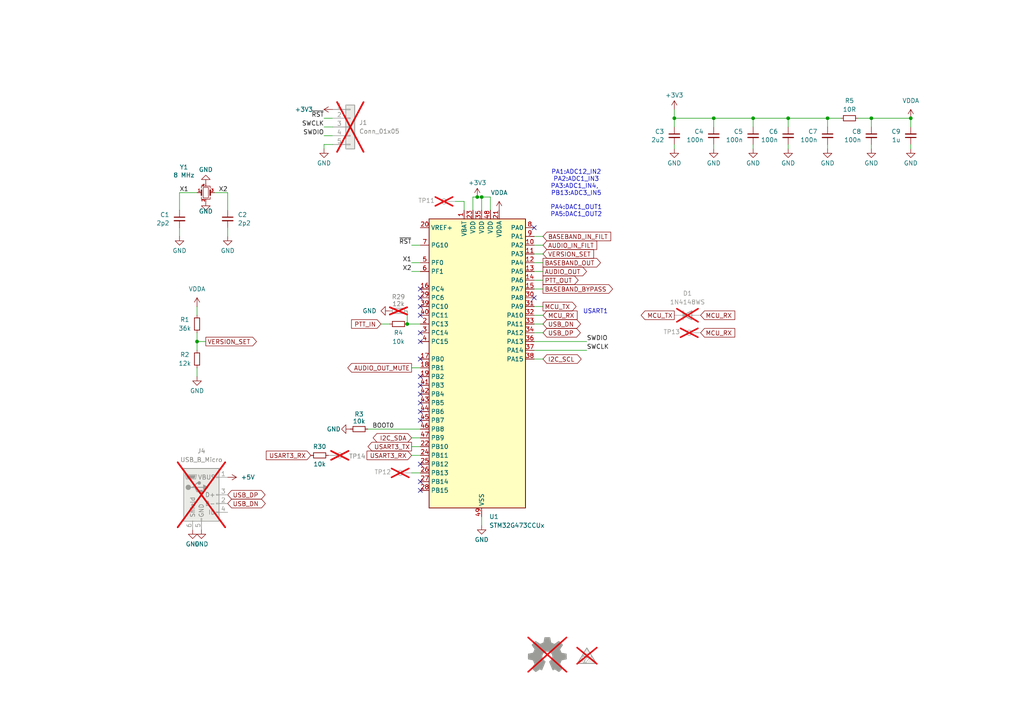
<source format=kicad_sch>
(kicad_sch (version 20231120) (generator "eeschema") (generator_version "8.0")
  (paper "A4")
  (title_block (title "Micro17 - OpenRTX on a Module for ICOM radios") (date "2024-04-04") (rev "A") (company "Wojciech SP5WWP, Mano ON6RF, Mutlu TA1MD et al.") (comment 1 "M17 Project, OpenRTX") (comment 2 "Mano ON6RF") (comment 3 "Mutlu TA1MD"))
  (lib_symbols
    (symbol "Connector:TestPoint" (pin_numbers hide) (pin_names (offset 0.762) hide)
      (property "Reference" "TP" (at 0 6.858 0))
      (property "Value" "TestPoint" (at 0 5.08 0))
      (symbol "TestPoint_0_1"
        (circle (center 0 3.302) (radius 0.762))
      )
      (symbol "TestPoint_1_1"
        (pin passive line (at 0 0 90) (length 2.54) (name "1") (number "1"))
      )
    )
    (symbol "Connector:USB_B_Micro" (pin_names (offset 1.016))
      (property "Reference" "J" (at -5.08 11.43 0))
      (property "Value" "USB_B_Micro" (at -5.08 8.89 0))
      (symbol "USB_B_Micro_0_1"
        (rectangle (start -5.08 -7.62) (end 5.08 7.62) (stroke (width 0.254)) (fill (type background)))
        (circle (center -3.81 2.159) (radius 0.635) (stroke (width 0.254)) (fill (type outline)))
        (circle (center -0.635 3.429) (radius 0.381) (stroke (width 0.254)) (fill (type outline)))
        (rectangle (start -0.127 -7.62) (end 0.127 -6.858))
        (polyline (pts (xy -1.905 2.159) (xy 0.635 2.159)) (stroke (width 0.254)))
        (polyline (pts (xy -3.175 2.159) (xy -2.54 2.159) (xy -1.27 3.429) (xy -0.635 3.429)) (stroke (width 0.254)))
        (polyline (pts (xy -2.54 2.159) (xy -1.905 2.159) (xy -1.27 0.889) (xy 0 0.889)) (stroke (width 0.254)))
        (polyline (pts (xy 0.635 2.794) (xy 0.635 1.524) (xy 1.905 2.159) (xy 0.635 2.794)) (stroke (width 0.254)) (fill (type outline)))
        (polyline (pts (xy -4.318 5.588) (xy -1.778 5.588) (xy -2.032 4.826) (xy -4.064 4.826) (xy -4.318 5.588)) (fill (type outline)))
        (polyline (pts (xy -4.699 5.842) (xy -4.699 5.588) (xy -4.445 4.826) (xy -4.445 4.572) (xy -1.651 4.572) (xy -1.651 4.826) (xy -1.397 5.588) (xy -1.397 5.842) (xy -4.699 5.842)))
        (rectangle (start 0.254 1.27) (end -0.508 0.508) (stroke (width 0.254)) (fill (type outline)))
        (rectangle (start 5.08 -5.207) (end 4.318 -4.953))
        (rectangle (start 5.08 -2.667) (end 4.318 -2.413))
        (rectangle (start 5.08 -0.127) (end 4.318 0.127))
        (rectangle (start 5.08 4.953) (end 4.318 5.207))
      )
      (symbol "USB_B_Micro_1_1"
        (pin power_out line (at 7.62 5.08 180) (length 2.54) (name "VBUS") (number "1"))
        (pin bidirectional line (at 7.62 -2.54 180) (length 2.54) (name "D-") (number "2"))
        (pin bidirectional line (at 7.62 0 180) (length 2.54) (name "D+") (number "3"))
        (pin passive line (at 7.62 -5.08 180) (length 2.54) (name "ID") (number "4"))
        (pin power_out line (at 0 -10.16 90) (length 2.54) (name "GND") (number "5"))
        (pin passive line (at -2.54 -10.16 90) (length 2.54) (name "Shield") (number "6"))
      )
    )
    (symbol "Connector_Generic:Conn_01x05" (pin_names (offset 1.016) hide)
      (property "Reference" "J" (at 0 7.62 0))
      (property "Value" "Conn_01x05" (at 0 -7.62 0))
      (symbol "Conn_01x05_1_1"
        (rectangle (start -1.27 -4.953) (end 0 -5.207) (stroke (width 0.1524)))
        (rectangle (start -1.27 -2.413) (end 0 -2.667) (stroke (width 0.1524)))
        (rectangle (start -1.27 0.127) (end 0 -0.127) (stroke (width 0.1524)))
        (rectangle (start -1.27 2.667) (end 0 2.413) (stroke (width 0.1524)))
        (rectangle (start -1.27 5.207) (end 0 4.953) (stroke (width 0.1524)))
        (rectangle (start -1.27 6.35) (end 1.27 -6.35) (stroke (width 0.254)) (fill (type background)))
        (pin passive line (at -5.08 5.08 0) (length 3.81) (name "Pin_1") (number "1"))
        (pin passive line (at -5.08 2.54 0) (length 3.81) (name "Pin_2") (number "2"))
        (pin passive line (at -5.08 0 0) (length 3.81) (name "Pin_3") (number "3"))
        (pin passive line (at -5.08 -2.54 0) (length 3.81) (name "Pin_4") (number "4"))
        (pin passive line (at -5.08 -5.08 0) (length 3.81) (name "Pin_5") (number "5"))
      )
    )
    (symbol "Device:C_Small" (pin_numbers hide) (pin_names (offset 0.254) hide)
      (property "Reference" "C" (at 0.254 1.778 0))
      (property "Value" "C_Small" (at 0.254 -2.032 0))
      (symbol "C_Small_0_1"
        (polyline (pts (xy -1.524 -0.508) (xy 1.524 -0.508)) (stroke (width 0.3302)))
        (polyline (pts (xy -1.524 0.508) (xy 1.524 0.508)) (stroke (width 0.3048)))
      )
      (symbol "C_Small_1_1"
        (pin passive line (at 0 2.54 270) (length 2.032) (name "~") (number "1"))
        (pin passive line (at 0 -2.54 90) (length 2.032) (name "~") (number "2"))
      )
    )
    (symbol "Device:Crystal_GND24_Small" (pin_names (offset 1.016) hide)
      (property "Reference" "Y" (at 1.27 4.445 0))
      (property "Value" "Crystal_GND24_Small" (at 1.27 2.54 0))
      (symbol "Crystal_GND24_Small_0_1"
        (rectangle (start -0.762 -1.524) (end 0.762 1.524))
        (polyline (pts (xy -1.27 -0.762) (xy -1.27 0.762)) (stroke (width 0.381)))
        (polyline (pts (xy 1.27 -0.762) (xy 1.27 0.762)) (stroke (width 0.381)))
        (polyline (pts (xy -1.27 -1.27) (xy -1.27 -1.905) (xy 1.27 -1.905) (xy 1.27 -1.27)))
        (polyline (pts (xy -1.27 1.27) (xy -1.27 1.905) (xy 1.27 1.905) (xy 1.27 1.27)))
      )
      (symbol "Crystal_GND24_Small_1_1"
        (pin passive line (at -2.54 0 0) (length 1.27) (name "1") (number "1"))
        (pin passive line (at 0 -2.54 90) (length 0.635) (name "2") (number "2"))
        (pin passive line (at 2.54 0 180) (length 1.27) (name "3") (number "3"))
        (pin passive line (at 0 2.54 270) (length 0.635) (name "4") (number "4"))
      )
    )
    (symbol "Device:R_Small" (pin_numbers hide) (pin_names (offset 0.254) hide)
      (property "Reference" "R" (at 0.762 0.508 0))
      (property "Value" "R_Small" (at 0.762 -1.016 0))
      (symbol "R_Small_0_1"
        (rectangle (start -0.762 1.778) (end 0.762 -1.778) (stroke (width 0.2032)))
      )
      (symbol "R_Small_1_1"
        (pin passive line (at 0 2.54 270) (length 0.762) (name "~") (number "1"))
        (pin passive line (at 0 -2.54 90) (length 0.762) (name "~") (number "2"))
      )
    )
    (symbol "Diode:1N4148WS" (pin_numbers hide) (pin_names hide)
      (property "Reference" "D" (at 0 2.54 0))
      (property "Value" "1N4148WS" (at 0 -2.54 0))
      (symbol "1N4148WS_0_1"
        (polyline (pts (xy -1.27 1.27) (xy -1.27 -1.27)) (stroke (width 0.254)))
        (polyline (pts (xy 1.27 0) (xy -1.27 0)))
        (polyline (pts (xy 1.27 1.27) (xy 1.27 -1.27) (xy -1.27 0) (xy 1.27 1.27)) (stroke (width 0.254)))
      )
      (symbol "1N4148WS_1_1"
        (pin passive line (at -3.81 0 0) (length 2.54) (name "K") (number "1"))
        (pin passive line (at 3.81 0 180) (length 2.54) (name "A") (number "2"))
      )
    )
    (symbol "Graphic:Logo_Open_Hardware_Small" (in_bom no) (on_board no)
      (symbol "Logo_Open_Hardware_Small_0_1"
        (polyline (pts (xy 3.3528 -4.3434) (xy 3.302 -4.318) (xy 3.175 -4.2418) (xy 2.9972 -4.1148) (xy 2.7686 -3.9624) (xy 2.54 -3.81) (xy 2.3622 -3.7084) (xy 2.2352 -3.6068) (xy 2.1844 -3.5814) (xy 2.159 -3.6068) (xy 2.0574 -3.6576) (xy 1.905 -3.7338) (xy 1.8034 -3.7846) (xy 1.6764 -3.8354) (xy 1.6002 -3.8354) (xy 1.6002 -3.8354) (xy 1.5494 -3.7338) (xy 1.4732 -3.5306) (xy 1.3462 -3.302) (xy 1.2446 -3.0226) (xy 1.1176 -2.7178) (xy 0.9652 -2.413) (xy 0.8636 -2.1082) (xy 0.7366 -1.8288) (xy 0.6604 -1.6256) (xy 0.6096 -1.4732) (xy 0.5842 -1.397) (xy 0.5842 -1.397) (xy 0.6604 -1.3208) (xy 0.7874 -1.2446) (xy 1.0414 -1.016) (xy 1.2954 -0.6858) (xy 1.4478 -0.3302) (xy 1.524 0.0762) (xy 1.4732 0.4572) (xy 1.3208 0.8128) (xy 1.0668 1.143) (xy 0.762 1.3716) (xy 0.4064 1.524) (xy 0 1.5748) (xy -0.381 1.5494) (xy -0.7366 1.397) (xy -1.0668 1.143) (xy -1.2192 0.9906) (xy -1.397 0.6604) (xy -1.524 0.3048) (xy -1.524 0.2286) (xy -1.4986 -0.1778) (xy -1.397 -0.5334) (xy -1.1938 -0.8636) (xy -0.9144 -1.143) (xy -0.8636 -1.1684) (xy -0.7366 -1.27) (xy -0.635 -1.3462) (xy -0.5842 -1.397) (xy -1.0668 -2.5908) (xy -1.143 -2.794) (xy -1.2954 -3.1242) (xy -1.397 -3.4036) (xy -1.4986 -3.6322) (xy -1.5748 -3.7846) (xy -1.6002 -3.8354) (xy -1.6002 -3.8354) (xy -1.651 -3.8354) (xy -1.7272 -3.81) (xy -1.905 -3.7338) (xy -2.0066 -3.683) (xy -2.1336 -3.6068) (xy -2.2098 -3.5814) (xy -2.2606 -3.6068) (xy -2.3622 -3.683) (xy -2.54 -3.81) (xy -2.7686 -3.9624) (xy -2.9718 -4.0894) (xy -3.1496 -4.2164) (xy -3.302 -4.318) (xy -3.3528 -4.3434) (xy -3.3782 -4.3434) (xy -3.429 -4.318) (xy -3.5306 -4.2164) (xy -3.7084 -4.064) (xy -3.937 -3.8354) (xy -3.9624 -3.81) (xy -4.1656 -3.6068) (xy -4.318 -3.4544) (xy -4.4196 -3.3274) (xy -4.445 -3.2766) (xy -4.445 -3.2766) (xy -4.4196 -3.2258) (xy -4.318 -3.0734) (xy -4.2164 -2.8956) (xy -4.064 -2.667) (xy -3.6576 -2.0828) (xy -3.8862 -1.5494) (xy -3.937 -1.3716) (xy -4.0386 -1.1684) (xy -4.0894 -1.0414) (xy -4.1148 -0.9652) (xy -4.191 -0.9398) (xy -4.318 -0.9144) (xy -4.5466 -0.8636) (xy -4.8006 -0.8128) (xy -5.0546 -0.7874) (xy -5.2578 -0.7366) (xy -5.4356 -0.7112) (xy -5.5118 -0.6858) (xy -5.5118 -0.6858) (xy -5.5372 -0.635) (xy -5.5372 -0.5588) (xy -5.5372 -0.4318) (xy -5.5626 -0.2286) (xy -5.5626 0.0762) (xy -5.5626 0.127) (xy -5.5372 0.4064) (xy -5.5372 0.635) (xy -5.5372 0.762) (xy -5.5372 0.8382) (xy -5.5372 0.8382) (xy -5.461 0.8382) (xy -5.3086 0.889) (xy -5.08 0.9144) (xy -4.826 0.9652) (xy -4.8006 0.9906) (xy -4.5466 1.0414) (xy -4.318 1.0668) (xy -4.1656 1.1176) (xy -4.0894 1.143) (xy -4.0894 1.143) (xy -4.0386 1.2446) (xy -3.9624 1.4224) (xy -3.8608 1.6256) (xy -3.7846 1.8288) (xy -3.7084 2.0066) (xy -3.6576 2.159) (xy -3.6322 2.2098) (xy -3.6322 2.2098) (xy -3.683 2.286) (xy -3.7592 2.413) (xy -3.8862 2.5908) (xy -4.064 2.8194) (xy -4.064 2.8448) (xy -4.2164 3.0734) (xy -4.3434 3.2512) (xy -4.4196 3.3782) (xy -4.445 3.4544) (xy -4.445 3.4544) (xy -4.3942 3.5052) (xy -4.2926 3.6322) (xy -4.1148 3.81) (xy -3.937 4.0132) (xy -3.8608 4.064) (xy -3.6576 4.2926) (xy -3.5052 4.4196) (xy -3.4036 4.4958) (xy -3.3528 4.5212) (xy -3.3528 4.5212) (xy -3.302 4.4704) (xy -3.1496 4.3688) (xy -2.9718 4.2418) (xy -2.7432 4.0894) (xy -2.7178 4.0894) (xy -2.4892 3.937) (xy -2.3114 3.81) (xy -2.1844 3.7084) (xy -2.1336 3.683) (xy -2.1082 3.683) (xy -2.032 3.7084) (xy -1.8542 3.7592) (xy -1.6764 3.8354) (xy -1.4732 3.937) (xy -1.27 4.0132) (xy -1.143 4.064) (xy -1.0668 4.1148) (xy -1.0668 4.1148) (xy -1.0414 4.191) (xy -1.016 4.3434) (xy -0.9652 4.572) (xy -0.9144 4.8514) (xy -0.889 4.9022) (xy -0.8382 5.1562) (xy -0.8128 5.3848) (xy -0.7874 5.5372) (xy -0.762 5.588) (xy -0.7112 5.6134) (xy -0.5842 5.6134) (xy -0.4064 5.6134) (xy -0.1524 5.6134) (xy 0.0762 5.6134) (xy 0.3302 5.6134) (xy 0.5334 5.6134) (xy 0.6858 5.588) (xy 0.7366 5.588) (xy 0.7366 5.588) (xy 0.762 5.5118) (xy 0.8128 5.334) (xy 0.8382 5.1054) (xy 0.9144 4.826) (xy 0.9144 4.7752) (xy 0.9652 4.5212) (xy 1.016 4.2926) (xy 1.0414 4.1402) (xy 1.0668 4.0894) (xy 1.0668 4.0894) (xy 1.1938 4.0386) (xy 1.3716 3.9624) (xy 1.5748 3.8608) (xy 2.0828 3.6576) (xy 2.7178 4.0894) (xy 2.7686 4.1402) (xy 2.9972 4.2926) (xy 3.175 4.4196) (xy 3.302 4.4958) (xy 3.3782 4.5212) (xy 3.3782 4.5212) (xy 3.429 4.4704) (xy 3.556 4.3434) (xy 3.7338 4.191) (xy 3.9116 3.9878) (xy 4.064 3.8354) (xy 4.2418 3.6576) (xy 4.3434 3.556) (xy 4.4196 3.4798) (xy 4.4196 3.429) (xy 4.4196 3.4036) (xy 4.3942 3.3274) (xy 4.2926 3.2004) (xy 4.1656 2.9972) (xy 4.0132 2.794) (xy 3.8862 2.5908) (xy 3.7592 2.3876) (xy 3.6576 2.2352) (xy 3.6322 2.159) (xy 3.6322 2.1336) (xy 3.683 2.0066) (xy 3.7592 1.8288) (xy 3.8608 1.6002) (xy 4.064 1.1176) (xy 4.3942 1.0414) (xy 4.5974 1.016) (xy 4.8768 0.9652) (xy 5.1308 0.9144) (xy 5.5372 0.8382) (xy 5.5626 -0.6604) (xy 5.4864 -0.6858) (xy 5.4356 -0.6858) (xy 5.2832 -0.7366) (xy 5.0546 -0.762) (xy 4.8006 -0.8128) (xy 4.5974 -0.8636) (xy 4.3688 -0.9144) (xy 4.2164 -0.9398) (xy 4.1402 -0.9398) (xy 4.1148 -0.9652) (xy 4.064 -1.0668) (xy 3.9878 -1.2446) (xy 3.9116 -1.4478) (xy 3.81 -1.651) (xy 3.7338 -1.8542) (xy 3.683 -2.0066) (xy 3.6576 -2.0828) (xy 3.683 -2.1336) (xy 3.7846 -2.2606) (xy 3.8862 -2.4638) (xy 4.0386 -2.667) (xy 4.191 -2.8956) (xy 4.318 -3.0734) (xy 4.3942 -3.2004) (xy 4.445 -3.2766) (xy 4.4196 -3.3274) (xy 4.3434 -3.429) (xy 4.1656 -3.5814) (xy 3.937 -3.8354) (xy 3.8862 -3.8608) (xy 3.683 -4.064) (xy 3.5306 -4.2164) (xy 3.4036 -4.318) (xy 3.3528 -4.3434)) (fill (type outline)))
      )
    )
    (symbol "Graphic:SYM_ESD_Small" (in_bom no) (on_board no)
      (symbol "SYM_ESD_Small_0_0"
        (polyline (pts (xy -1.27 0.381) (xy 2.159 -1.016)) (stroke (width 0.254)))
        (polyline (pts (xy -2.667 -1.905) (xy 2.794 -1.905) (xy 0 2.54) (xy -2.667 -1.905)) (stroke (width 0.254)))
        (polyline (pts (xy 2.7432 -1.905) (xy 2.7178 -1.8796) (xy 2.6162 -1.6764) (xy 2.5654 -1.6002) (xy 2.4892 -1.4986) (xy 2.4384 -1.3716) (xy 1.7526 -0.2286) (xy 1.7018 -0.127) (xy 1.6256 -0.0508) (xy 1.6002 0.0508) (xy 1.5494 0.1016) (xy 1.4986 0.2032) (xy 1.4732 0.2286) (xy 1.4732 0.2032) (xy 1.4478 0.2032) (xy 1.3208 0.0762) (xy 1.2954 0.0254) (xy 1.2954 -0.0254) (xy 1.27 -0.0762) (xy 1.2446 -0.1524) (xy 1.143 -0.254) (xy 1.0922 -0.3302) (xy 1.0414 -0.3556) (xy 0.9144 -0.4826) (xy 0.762 -0.5842) (xy 0.6604 -0.6604) (xy 0.508 -0.762) (xy 0.4572 -0.8128) (xy 0.3556 -0.8636) (xy 0.3048 -0.9144) (xy 0.2286 -0.9652) (xy 0.0762 -1.1938) (xy 0.0254 -1.2954) (xy -0.0254 -1.4224) (xy -0.0508 -1.4986) (xy -0.1016 -1.5748) (xy -0.127 -1.651) (xy -0.1778 -1.6764) (xy -0.2032 -1.7272) (xy -0.254 -1.7526) (xy -0.4064 -1.7526) (xy -0.4064 -1.7272) (xy -0.4572 -1.7018) (xy -0.4826 -1.6256) (xy -0.508 -1.524) (xy -0.508 -1.0922) (xy -0.4572 -0.889) (xy -0.4064 -0.8128) (xy -0.254 -0.6604) (xy -0.2032 -0.5842) (xy -0.127 -0.5334) (xy -0.1016 -0.4826) (xy -0.0762 -0.4064) (xy -0.0508 -0.3556) (xy -0.0254 -0.3302) (xy -0.0254 -0.2794) (xy 0 -0.2286) (xy -0.0762 -0.1524) (xy -0.127 -0.127) (xy -0.1524 -0.0762) (xy -0.2032 -0.0508) (xy -0.2286 -0.0254) (xy -0.254 -0.0254) (xy -0.3048 -0.0762) (xy -0.3556 -0.1016) (xy -0.4318 -0.127) (xy -0.4826 -0.1524) (xy -0.5588 -0.2286) (xy -0.6096 -0.254) (xy -0.8382 -0.4826) (xy -0.8128 -0.5588) (xy -0.7874 -0.5842) (xy -0.7874 -0.8636) (xy -0.8128 -0.889) (xy -0.8128 -0.9652) (xy -0.762 -1.016) (xy -0.762 -1.0414) (xy -0.6604 -1.2954) (xy -0.6604 -1.5748) (xy -0.6858 -1.6002) (xy -0.6858 -1.6256) (xy -0.7366 -1.7018) (xy -0.8382 -1.7526) (xy -0.9144 -1.7526) (xy -0.9398 -1.7272) (xy -0.9652 -1.6764) (xy -1.016 -1.6002) (xy -1.0414 -1.524) (xy -1.143 -1.27) (xy -1.2192 -1.0414) (xy -1.27 -0.9652) (xy -1.2954 -0.889) (xy -1.3208 -0.8382) (xy -1.3208 -0.8128) (xy -1.3716 -0.7112) (xy -1.397 -0.5842) (xy -1.397 -0.4826) (xy -1.3716 -0.381) (xy -1.3208 -0.254) (xy -1.2954 -0.2032) (xy -1.1938 -0.0508) (xy -1.0414 0.1524) (xy -0.9906 0.2032) (xy -0.9652 0.254) (xy -0.9144 0.3302) (xy -0.889 0.381) (xy -0.8636 0.381) (xy -0.8128 0.508) (xy -0.6096 0.7112) (xy -0.5334 0.7366) (xy -0.508 0.762) (xy -0.4318 0.762) (xy -0.3556 0.7874) (xy -0.2286 0.8128) (xy -0.1016 0.8128) (xy 0.0508 0.8382) (xy 0.2032 0.8382) (xy 0.3048 0.8636) (xy 0.4826 0.8636) (xy 0.5334 0.889) (xy 0.5842 0.889) (xy 0.6858 0.9398) (xy 0.7112 0.9652) (xy 0.762 0.9906) (xy 0.8128 1.0414) (xy 0.8636 1.0668) (xy 0.889 1.1176) (xy 0.9144 1.143) (xy 0.9144 1.1938) (xy 0.889 1.2192) (xy 0.8636 1.27) (xy 0.8128 1.3462) (xy 0.7112 1.5494) (xy 0.635 1.651) (xy 0.5842 1.7526) (xy 0.508 1.8796) (xy 0.4572 1.9558) (xy 0.381 2.0828) (xy 0.3048 2.1844) (xy 0.254 2.286) (xy 0.2032 2.3622) (xy 0.1778 2.4384) (xy 0.1016 2.5146) (xy 0.1016 2.54) (xy 0.0762 2.5654) (xy 0.0762 2.5908) (xy 0.0254 2.5908) (xy 0.0254 2.5654) (xy -0.0254 2.5146) (xy -0.1016 2.3622) (xy -0.254 2.1336) (xy -0.3048 2.032) (xy -0.4572 1.778) (xy -0.5588 1.6256) (xy -0.762 1.27) (xy -0.889 1.0668) (xy -1.016 0.8382) (xy -1.1684 0.6096) (xy -1.3208 0.3302) (xy -1.397 0.2032) (xy -1.524 -0.0254) (xy -1.778 -0.4318) (xy -1.8796 -0.635) (xy -2.0066 -0.8128) (xy -2.1082 -0.9906) (xy -2.2098 -1.143) (xy -2.286 -1.2954) (xy -2.4384 -1.5494) (xy -2.4892 -1.651) (xy -2.5654 -1.7526) (xy -2.5908 -1.8288) (xy -2.6162 -1.8796) (xy -2.6416 -1.905) (xy -2.6416 -1.9304) (xy 2.7432 -1.9304) (xy 2.7432 -1.905)) (stroke (width 0.127)) (fill (type background)))
      )
    )
    (symbol "MCU_ST_STM32G4:STM32G473CCUx"
      (property "Reference" "U" (at -12.7 44.45 0))
      (property "Value" "STM32G473CCUx" (at 10.16 44.45 0))
      (symbol "STM32G473CCUx_0_1"
        (rectangle (start -12.7 -40.64) (end 15.24 43.18) (stroke (width 0.254)) (fill (type background)))
      )
      (symbol "STM32G473CCUx_1_1"
        (pin power_in line (at -2.54 45.72 270) (length 2.54) (name "VBAT") (number "1"))
        (pin bidirectional line (at 17.78 35.56 180) (length 2.54) (name "PA2") (number "10"))
        (pin bidirectional line (at 17.78 33.02 180) (length 2.54) (name "PA3") (number "11"))
        (pin bidirectional line (at 17.78 30.48 180) (length 2.54) (name "PA4") (number "12"))
        (pin bidirectional line (at 17.78 27.94 180) (length 2.54) (name "PA5") (number "13"))
        (pin bidirectional line (at 17.78 25.4 180) (length 2.54) (name "PA6") (number "14"))
        (pin bidirectional line (at 17.78 22.86 180) (length 2.54) (name "PA7") (number "15"))
        (pin bidirectional line (at -15.24 22.86 0) (length 2.54) (name "PC4") (number "16"))
        (pin bidirectional line (at -15.24 2.54 0) (length 2.54) (name "PB0") (number "17"))
        (pin bidirectional line (at -15.24 0 0) (length 2.54) (name "PB1") (number "18"))
        (pin bidirectional line (at -15.24 -2.54 0) (length 2.54) (name "PB2") (number "19"))
        (pin bidirectional line (at -15.24 12.7 0) (length 2.54) (name "PC13") (number "2"))
        (pin input line (at -15.24 40.64 0) (length 2.54) (name "VREF+") (number "20"))
        (pin power_in line (at 7.62 45.72 270) (length 2.54) (name "VDDA") (number "21"))
        (pin bidirectional line (at -15.24 -22.86 0) (length 2.54) (name "PB10") (number "22"))
        (pin power_in line (at 0 45.72 270) (length 2.54) (name "VDD") (number "23"))
        (pin bidirectional line (at -15.24 -25.4 0) (length 2.54) (name "PB11") (number "24"))
        (pin bidirectional line (at -15.24 -27.94 0) (length 2.54) (name "PB12") (number "25"))
        (pin bidirectional line (at -15.24 -30.48 0) (length 2.54) (name "PB13") (number "26"))
        (pin bidirectional line (at -15.24 -33.02 0) (length 2.54) (name "PB14") (number "27"))
        (pin bidirectional line (at -15.24 -35.56 0) (length 2.54) (name "PB15") (number "28"))
        (pin bidirectional line (at -15.24 20.32 0) (length 2.54) (name "PC6") (number "29"))
        (pin bidirectional line (at -15.24 10.16 0) (length 2.54) (name "PC14") (number "3"))
        (pin bidirectional line (at 17.78 20.32 180) (length 2.54) (name "PA8") (number "30"))
        (pin bidirectional line (at 17.78 17.78 180) (length 2.54) (name "PA9") (number "31"))
        (pin bidirectional line (at 17.78 15.24 180) (length 2.54) (name "PA10") (number "32"))
        (pin bidirectional line (at 17.78 12.7 180) (length 2.54) (name "PA11") (number "33"))
        (pin bidirectional line (at 17.78 10.16 180) (length 2.54) (name "PA12") (number "34"))
        (pin power_in line (at 2.54 45.72 270) (length 2.54) (name "VDD") (number "35"))
        (pin bidirectional line (at 17.78 7.62 180) (length 2.54) (name "PA13") (number "36"))
        (pin bidirectional line (at 17.78 5.08 180) (length 2.54) (name "PA14") (number "37"))
        (pin bidirectional line (at 17.78 2.54 180) (length 2.54) (name "PA15") (number "38"))
        (pin bidirectional line (at -15.24 17.78 0) (length 2.54) (name "PC10") (number "39"))
        (pin bidirectional line (at -15.24 7.62 0) (length 2.54) (name "PC15") (number "4"))
        (pin bidirectional line (at -15.24 15.24 0) (length 2.54) (name "PC11") (number "40"))
        (pin bidirectional line (at -15.24 -5.08 0) (length 2.54) (name "PB3") (number "41"))
        (pin bidirectional line (at -15.24 -7.62 0) (length 2.54) (name "PB4") (number "42"))
        (pin bidirectional line (at -15.24 -10.16 0) (length 2.54) (name "PB5") (number "43"))
        (pin bidirectional line (at -15.24 -12.7 0) (length 2.54) (name "PB6") (number "44"))
        (pin bidirectional line (at -15.24 -15.24 0) (length 2.54) (name "PB7") (number "45"))
        (pin bidirectional line (at -15.24 -17.78 0) (length 2.54) (name "PB8") (number "46"))
        (pin bidirectional line (at -15.24 -20.32 0) (length 2.54) (name "PB9") (number "47"))
        (pin power_in line (at 5.08 45.72 270) (length 2.54) (name "VDD") (number "48"))
        (pin power_in line (at 2.54 -43.18 90) (length 2.54) (name "VSS") (number "49"))
        (pin bidirectional line (at -15.24 30.48 0) (length 2.54) (name "PF0") (number "5"))
        (pin bidirectional line (at -15.24 27.94 0) (length 2.54) (name "PF1") (number "6"))
        (pin bidirectional line (at -15.24 35.56 0) (length 2.54) (name "PG10") (number "7"))
        (pin bidirectional line (at 17.78 40.64 180) (length 2.54) (name "PA0") (number "8"))
        (pin bidirectional line (at 17.78 38.1 180) (length 2.54) (name "PA1") (number "9"))
      )
    )
    (symbol "power:+3V3" (power) (pin_names (offset 0))
      (property "Value" "+3V3" (at 0 3.556 0))
      (symbol "+3V3_0_1"
        (polyline (pts (xy -0.762 1.27) (xy 0 2.54)))
        (polyline (pts (xy 0 0) (xy 0 2.54)))
        (polyline (pts (xy 0 2.54) (xy 0.762 1.27)))
      )
      (symbol "+3V3_1_1"
        (pin power_in line (at 0 0 90) (length 0) hide (name "+3V3") (number "1"))
      )
    )
    (symbol "power:+5V" (power) (pin_numbers hide) (pin_names (offset 0) hide)
      (property "Value" "+5V" (at 0 3.556 0))
      (symbol "+5V_0_1"
        (polyline (pts (xy -0.762 1.27) (xy 0 2.54)))
        (polyline (pts (xy 0 0) (xy 0 2.54)))
        (polyline (pts (xy 0 2.54) (xy 0.762 1.27)))
      )
      (symbol "+5V_1_1"
        (pin power_in line (at 0 0 90) (length 0) (name "~") (number "1"))
      )
    )
    (symbol "power:GND" (power) (pin_names (offset 0))
      (property "Value" "GND" (at 0 -3.81 0))
      (symbol "GND_0_1"
        (polyline (pts (xy 0 0) (xy 0 -1.27) (xy 1.27 -1.27) (xy 0 -2.54) (xy -1.27 -1.27) (xy 0 -1.27)))
      )
      (symbol "GND_1_1"
        (pin power_in line (at 0 0 270) (length 0) hide (name "GND") (number "1"))
      )
    )
    (symbol "power:VDDA" (power) (pin_numbers hide) (pin_names (offset 0) hide)
      (property "Value" "VDDA" (at 0 3.556 0))
      (symbol "VDDA_0_1"
        (polyline (pts (xy -0.762 1.27) (xy 0 2.54)))
        (polyline (pts (xy 0 0) (xy 0 2.54)))
        (polyline (pts (xy 0 2.54) (xy 0.762 1.27)))
      )
      (symbol "VDDA_1_1"
        (pin power_in line (at 0 0 90) (length 0) (name "~") (number "1"))
      )
    )
  )
  (junction (at 207.01 34.29))
  (junction (at 252.73 34.29))
  (junction (at 228.6 34.29))
  (junction (at 118.11 93.98))
  (junction (at 139.7 57.15))
  (junction (at 195.58 34.29))
  (junction (at 218.44 34.29))
  (junction (at 240.03 34.29))
  (junction (at 138.43 57.15))
  (junction (at 264.16 34.29))
  (junction (at 57.15 99.06))
  (no_connect (at 121.92 111.76))
  (no_connect (at 154.94 86.36))
  (no_connect (at 154.94 66.04))
  (no_connect (at 121.92 119.38))
  (no_connect (at 121.92 139.7))
  (no_connect (at 121.92 104.14))
  (no_connect (at 121.92 142.24))
  (no_connect (at 121.92 121.92))
  (no_connect (at 121.92 88.9))
  (no_connect (at 121.92 114.3))
  (no_connect (at 121.92 116.84))
  (no_connect (at 121.92 83.82))
  (no_connect (at 121.92 96.52))
  (no_connect (at 121.92 134.62))
  (no_connect (at 121.92 91.44))
  (no_connect (at 121.92 86.36))
  (no_connect (at 121.92 99.06))
  (no_connect (at 121.92 109.22))
  (wire (pts (xy 142.24 60.96) (xy 142.24 57.15)))
  (wire (pts (xy 96.52 41.91) (xy 93.98 41.91)))
  (wire (pts (xy 57.15 88.9) (xy 57.15 91.44)))
  (wire (pts (xy 252.73 41.91) (xy 252.73 43.18)))
  (wire (pts (xy 157.48 68.58) (xy 154.94 68.58)))
  (wire (pts (xy 52.07 68.58) (xy 52.07 66.04)))
  (wire (pts (xy 57.15 99.06) (xy 57.15 101.6)))
  (wire (pts (xy 119.38 78.74) (xy 121.92 78.74)))
  (wire (pts (xy 157.48 83.82) (xy 154.94 83.82)))
  (wire (pts (xy 118.11 90.17) (xy 118.11 93.98)))
  (wire (pts (xy 157.48 73.66) (xy 154.94 73.66)))
  (wire (pts (xy 119.38 132.08) (xy 121.92 132.08)))
  (wire (pts (xy 207.01 34.29) (xy 195.58 34.29)))
  (wire (pts (xy 139.7 57.15) (xy 138.43 57.15)))
  (wire (pts (xy 218.44 34.29) (xy 218.44 36.83)))
  (wire (pts (xy 157.48 104.14) (xy 154.94 104.14)))
  (wire (pts (xy 57.15 99.06) (xy 59.69 99.06)))
  (wire (pts (xy 218.44 41.91) (xy 218.44 43.18)))
  (wire (pts (xy 264.16 36.83) (xy 264.16 34.29)))
  (wire (pts (xy 66.04 55.88) (xy 66.04 60.96)))
  (wire (pts (xy 118.11 93.98) (xy 121.92 93.98)))
  (wire (pts (xy 228.6 34.29) (xy 218.44 34.29)))
  (wire (pts (xy 139.7 57.15) (xy 142.24 57.15)))
  (wire (pts (xy 57.15 96.52) (xy 57.15 99.06)))
  (wire (pts (xy 240.03 41.91) (xy 240.03 43.18)))
  (wire (pts (xy 157.48 71.12) (xy 154.94 71.12)))
  (wire (pts (xy 137.16 60.96) (xy 137.16 57.15)))
  (wire (pts (xy 139.7 60.96) (xy 139.7 57.15)))
  (wire (pts (xy 207.01 34.29) (xy 207.01 36.83)))
  (wire (pts (xy 66.04 68.58) (xy 66.04 66.04)))
  (wire (pts (xy 195.58 34.29) (xy 195.58 36.83)))
  (wire (pts (xy 119.38 127) (xy 121.92 127)))
  (wire (pts (xy 96.52 39.37) (xy 93.98 39.37)))
  (wire (pts (xy 96.52 34.29) (xy 93.98 34.29)))
  (wire (pts (xy 154.94 99.06) (xy 170.18 99.06)))
  (wire (pts (xy 57.15 109.22) (xy 57.15 106.68)))
  (wire (pts (xy 248.92 34.29) (xy 252.73 34.29)))
  (wire (pts (xy 157.48 88.9) (xy 154.94 88.9)))
  (wire (pts (xy 157.48 81.28) (xy 154.94 81.28)))
  (wire (pts (xy 52.07 60.96) (xy 52.07 55.88)))
  (wire (pts (xy 264.16 41.91) (xy 264.16 43.18)))
  (wire (pts (xy 243.84 34.29) (xy 240.03 34.29)))
  (wire (pts (xy 119.38 106.68) (xy 121.92 106.68)))
  (wire (pts (xy 139.7 149.86) (xy 139.7 152.4)))
  (wire (pts (xy 228.6 34.29) (xy 228.6 36.83)))
  (wire (pts (xy 134.62 58.42) (xy 134.62 60.96)))
  (wire (pts (xy 240.03 36.83) (xy 240.03 34.29)))
  (wire (pts (xy 93.98 41.91) (xy 93.98 43.18)))
  (wire (pts (xy 119.38 129.54) (xy 121.92 129.54)))
  (wire (pts (xy 195.58 34.29) (xy 195.58 31.75)))
  (wire (pts (xy 228.6 41.91) (xy 228.6 43.18)))
  (wire (pts (xy 137.16 57.15) (xy 138.43 57.15)))
  (wire (pts (xy 157.48 76.2) (xy 154.94 76.2)))
  (wire (pts (xy 252.73 34.29) (xy 252.73 36.83)))
  (wire (pts (xy 119.38 137.16) (xy 121.92 137.16)))
  (wire (pts (xy 52.07 55.88) (xy 57.15 55.88)))
  (wire (pts (xy 240.03 34.29) (xy 228.6 34.29)))
  (wire (pts (xy 119.38 71.12) (xy 121.92 71.12)))
  (wire (pts (xy 195.58 41.91) (xy 195.58 43.18)))
  (wire (pts (xy 96.52 36.83) (xy 93.98 36.83)))
  (wire (pts (xy 154.94 101.6) (xy 170.18 101.6)))
  (wire (pts (xy 110.49 93.98) (xy 113.03 93.98)))
  (wire (pts (xy 157.48 96.52) (xy 154.94 96.52)))
  (wire (pts (xy 157.48 78.74) (xy 154.94 78.74)))
  (wire (pts (xy 218.44 34.29) (xy 207.01 34.29)))
  (wire (pts (xy 264.16 34.29) (xy 252.73 34.29)))
  (wire (pts (xy 207.01 41.91) (xy 207.01 43.18)))
  (wire (pts (xy 157.48 91.44) (xy 154.94 91.44)))
  (wire (pts (xy 106.68 124.46) (xy 121.92 124.46)))
  (wire (pts (xy 62.23 55.88) (xy 66.04 55.88)))
  (wire (pts (xy 157.48 93.98) (xy 154.94 93.98)))
  (wire (pts (xy 119.38 76.2) (xy 121.92 76.2)))
  (wire (pts (xy 132.08 58.42) (xy 134.62 58.42)))
  (text "USART1" (at 172.72 90.424 0) (effects (font (size 1.27 1.27))))
  (text "PA1:ADC12_IN2\nPA2:ADC1_IN3\nPA3:ADC1_IN4, \nPB13:ADC3_IN5\n\nPA4:DAC1_OUT1\nPA5:DAC1_OUT2" (at 167.132 56.134 0) (effects (font (size 1.27 1.27))))
  (label "~{RST}" (at 119.38 71.12 180))
  (label "SWCLK" (at 170.18 101.6 0))
  (label "X1" (at 52.07 55.88 0))
  (label "SWDIO" (at 93.98 39.37 180))
  (label "SWCLK" (at 93.98 36.83 180))
  (label "X2" (at 66.04 55.88 180))
  (label "BOOT0" (at 114.3 124.46 180))
  (label "SWDIO" (at 170.18 99.06 0))
  (label "X2" (at 119.38 78.74 180))
  (label "X1" (at 119.38 76.2 180))
  (label "~{RST}" (at 93.98 34.29 180))
  (global_label "AUDIO_IN_FILT" (shape input) (at 157.48 71.12 0) (property "Intersheetrefs" "${INTERSHEET_REFS}" (effects (hide yes))))
  (global_label "BASEBAND_OUT" (shape output) (at 157.48 76.2 0) (property "Intersheetrefs" "${INTERSHEET_REFS}" (effects (hide yes))))
  (global_label "PTT_OUT" (shape output) (at 157.48 81.28 0) (property "Intersheetrefs" "${INTERSHEET_REFS}" (effects (hide yes))))
  (global_label "AUDIO_OUT" (shape output) (at 157.48 78.74 0) (property "Intersheetrefs" "${INTERSHEET_REFS}" (effects (hide yes))))
  (global_label "USB_DN" (shape bidirectional) (at 157.48 93.98 0) (property "Intersheetrefs" "${INTERSHEET_REFS}" (effects (hide yes))))
  (global_label "USB_DP" (shape bidirectional) (at 157.48 96.52 0) (property "Intersheetrefs" "${INTERSHEET_REFS}" (effects (hide yes))))
  (global_label "MCU_TX" (shape output) (at 157.48 88.9 0) (property "Intersheetrefs" "${INTERSHEET_REFS}" (effects (hide yes))))
  (global_label "MCU_RX" (shape input) (at 203.2 96.52 0) (property "Intersheetrefs" "${INTERSHEET_REFS}" (effects (hide yes))))
  (global_label "USART3_RX" (shape input) (at 119.38 132.08 180) (property "Intersheetrefs" "${INTERSHEET_REFS}" (effects (hide yes))))
  (global_label "USART3_RX" (shape input) (at 90.17 132.08 180) (property "Intersheetrefs" "${INTERSHEET_REFS}" (effects (hide yes))))
  (global_label "USB_DN" (shape bidirectional) (at 66.04 146.05 0) (property "Intersheetrefs" "${INTERSHEET_REFS}" (effects (hide yes))))
  (global_label "MCU_TX" (shape output) (at 195.58 91.44 180) (property "Intersheetrefs" "${INTERSHEET_REFS}" (effects (hide yes))))
  (global_label "USART3_TX" (shape output) (at 119.38 129.54 180) (property "Intersheetrefs" "${INTERSHEET_REFS}" (effects (hide yes))))
  (global_label "BASEBAND_BYPASS" (shape output) (at 157.48 83.82 0) (property "Intersheetrefs" "${INTERSHEET_REFS}" (effects (hide yes))))
  (global_label "AUDIO_OUT_MUTE" (shape output) (at 119.38 106.68 180) (property "Intersheetrefs" "${INTERSHEET_REFS}" (effects (hide yes))))
  (global_label "I2C_SDA" (shape bidirectional) (at 119.38 127 180) (property "Intersheetrefs" "${INTERSHEET_REFS}" (effects (hide yes))))
  (global_label "MCU_RX" (shape input) (at 157.48 91.44 0) (property "Intersheetrefs" "${INTERSHEET_REFS}" (effects (hide yes))))
  (global_label "USB_DP" (shape bidirectional) (at 66.04 143.51 0) (property "Intersheetrefs" "${INTERSHEET_REFS}" (effects (hide yes))))
  (global_label "VERSION_SET" (shape input) (at 157.48 73.66 0) (property "Intersheetrefs" "${INTERSHEET_REFS}" (effects (hide yes))))
  (global_label "BASEBAND_IN_FILT" (shape input) (at 157.48 68.58 0) (property "Intersheetrefs" "${INTERSHEET_REFS}" (effects (hide yes))))
  (global_label "I2C_SCL" (shape bidirectional) (at 157.48 104.14 0) (property "Intersheetrefs" "${INTERSHEET_REFS}" (effects (hide yes))))
  (global_label "MCU_RX" (shape input) (at 203.2 91.44 0) (property "Intersheetrefs" "${INTERSHEET_REFS}" (effects (hide yes))))
  (global_label "VERSION_SET" (shape output) (at 59.69 99.06 0) (property "Intersheetrefs" "${INTERSHEET_REFS}" (effects (hide yes))))
  (global_label "PTT_IN" (shape input) (at 110.49 93.98 180) (property "Intersheetrefs" "${INTERSHEET_REFS}" (effects (hide yes))))
  (symbol (lib_id "power:GND") (at 57.15 109.22 0) (unit 1)
    (property "Reference" "#PWR06" (effects (hide yes)))
    (property "Value" "GND" (at 57.15 113.3531 0))
  )
  (symbol (lib_id "power:GND") (at 59.69 53.34 180) (unit 1)
    (property "Reference" "#PWR02" (effects (hide yes)))
    (property "Value" "GND" (at 59.69 49.2069 0))
  )
  (symbol (lib_id "Device:R_Small") (at 104.14 124.46 90) (unit 1)
    (property "Reference" "R3" (at 104.14 120.142 90))
    (property "Value" "10k" (at 104.14 122.174 90))
    (property "Footprint" "Resistor_SMD:R_0402_1005Metric" (effects (hide yes)))
    (property "MPN" "C102749" (effects (hide yes)))
    (property "LCSC" "C102749" (effects (hide yes)))
  )
  (symbol (lib_id "Device:C_Small") (at 195.58 39.37 0) (mirror y) (unit 1)
    (property "Reference" "C3" (at 192.659 38.1579 0) (effects (justify left)))
    (property "Value" "2u2" (at 192.659 40.5821 0) (effects (justify left)))
    (property "Footprint" "Capacitor_SMD:C_0402_1005Metric" (effects (hide yes)))
    (property "MPN" "C170151" (effects (hide yes)))
    (property "LCSC" "C170151" (effects (hide yes)))
  )
  (symbol (lib_id "Device:C_Small") (at 52.07 63.5 0) (mirror y) (unit 1)
    (property "Reference" "C1" (at 49.149 62.2879 0) (effects (justify left)))
    (property "Value" "2p2" (at 49.149 64.7121 0) (effects (justify left)))
    (property "Footprint" "Capacitor_SMD:C_0402_1005Metric" (effects (hide yes)))
    (property "MPN" "C1559" (effects (hide yes)))
    (property "LCSC" "C1559" (effects (hide yes)))
  )
  (symbol (lib_id "Connector:TestPoint") (at 119.38 137.16 90) (unit 1) (in_bom no) (dnp yes)
    (property "Reference" "TP12" (at 110.998 136.906 90))
    (property "Value" "GP" (effects (hide yes)))
    (property "Footprint" "TestPoint:TestPoint_Pad_D1.0mm" (effects (hide yes)))
  )
  (symbol (lib_id "Connector:TestPoint") (at 95.25 132.08 270) (unit 1) (in_bom no) (dnp yes)
    (property "Reference" "TP14" (at 103.632 132.334 90))
    (property "Value" "GP" (effects (hide yes)))
    (property "Footprint" "TestPoint:TestPoint_Pad_D1.0mm" (effects (hide yes)))
  )
  (symbol (lib_id "Graphic:SYM_ESD_Small") (at 170.18 190.5 0) (unit 1) (exclude_from_sim yes) (in_bom no) (dnp yes)
    (property "Reference" "SYM1" (effects (hide yes)))
    (property "Value" "SYM_ESD_Small" (effects (hide yes)))
    (property "Footprint" "Symbol:ESD-Logo_6.6x6mm_SilkScreen" (effects (hide yes)))
    (property "Description" "ESD warning/\"Do not touch\" symbol, small" (effects (hide yes)))
  )
  (symbol (lib_id "Diode:1N4148WS") (at 199.39 91.44 0) (unit 1) (exclude_from_sim yes) (in_bom no) (dnp yes)
    (property "Reference" "D1" (at 199.39 85.09 0))
    (property "Value" "1N4148WS" (at 199.39 87.63 0))
    (property "Footprint" "Diode_SMD:D_SOD-323" (effects (hide yes)))
    (property "Datasheet" "https://www.vishay.com/docs/85751/1n4148ws.pdf" (effects (hide yes)))
    (property "Description" "75V 0.15A Fast switching Diode, SOD-323" (effects (hide yes)))
    (property "Sim.Device" "D" (effects (hide yes)))
    (property "Sim.Pins" "1=K 2=A" (effects (hide yes)))
  )
  (symbol (lib_id "Device:R_Small") (at 57.15 104.14 180) (unit 1)
    (property "Reference" "R2" (at 53.594 102.87 0))
    (property "Value" "12k" (at 53.594 105.41 0))
    (property "Footprint" "Resistor_SMD:R_0402_1005Metric" (effects (hide yes)))
    (property "MPN" "C25752" (effects (hide yes)))
    (property "LCSC" "C25752" (effects (hide yes)))
  )
  (symbol (lib_id "power:+3V3") (at 195.58 31.75 0) (mirror y) (unit 1)
    (property "Reference" "#PWR011" (effects (hide yes)))
    (property "Value" "+3V3" (at 195.58 27.6169 0))
  )
  (symbol (lib_id "MCU_ST_STM32G4:STM32G473CCUx") (at 137.16 106.68 0) (unit 1)
    (property "Reference" "U1" (at 141.8941 149.86 0) (effects (justify left)))
    (property "Value" "STM32G473CCUx" (at 141.8941 152.4 0) (effects (justify left)))
    (property "Footprint" "Package_DFN_QFN:QFN-48-1EP_7x7mm_P0.5mm_EP5.6x5.6mm" (effects (hide yes)))
    (property "Datasheet" "https://www.st.com/resource/en/datasheet/stm32g473cc.pdf" (effects (hide yes)))
    (property "LCSC" "C1342773" (effects (hide yes)))
    (property "MPN" "C1342773" (effects (hide yes)))
  )
  (symbol (lib_id "Connector:TestPoint") (at 132.08 58.42 90) (unit 1) (in_bom no) (dnp yes)
    (property "Reference" "TP11" (at 123.698 58.166 90))
    (property "Value" "GP" (effects (hide yes)))
    (property "Footprint" "TestPoint:TestPoint_Pad_D1.0mm" (effects (hide yes)))
  )
  (symbol (lib_id "Device:R_Small") (at 115.57 90.17 90) (unit 1) (in_bom no) (dnp yes)
    (property "Reference" "R29" (at 115.57 86.106 90))
    (property "Value" "12k" (at 115.57 88.138 90))
    (property "Footprint" "Resistor_SMD:R_0402_1005Metric" (effects (hide yes)))
    (property "MPN" "C25752" (effects (hide yes)))
    (property "LCSC" "C25752" (effects (hide yes)))
  )
  (symbol (lib_id "Connector:TestPoint") (at 203.2 96.52 90) (unit 1) (in_bom no) (dnp yes)
    (property "Reference" "TP13" (at 194.818 96.266 90))
    (property "Value" "GP" (effects (hide yes)))
    (property "Footprint" "TestPoint:TestPoint_Pad_D1.0mm" (effects (hide yes)))
  )
  (symbol (lib_id "power:+5V") (at 66.04 138.43 270) (unit 1)
    (property "Reference" "#PWR080" (effects (hide yes)))
    (property "Value" "+5V" (at 69.85 138.4299 90) (effects (justify left)))
    (property "Description" "Power symbol creates a global label with name \"+5V\"" (effects (hide yes)))
  )
  (symbol (lib_id "Device:Crystal_GND24_Small") (at 59.69 55.88 0) (unit 1)
    (property "Reference" "Y1" (at 53.34 48.4886 0))
    (property "Value" "8 MHz" (at 53.34 50.8 0))
    (property "Footprint" "Crystal:Crystal_SMD_3225-4Pin_3.2x2.5mm" (effects (hide yes)))
    (property "MPN" "C5308002" (effects (hide yes)))
    (property "LCSC" "C5308002" (effects (hide yes)))
  )
  (symbol (lib_id "power:+3V3") (at 138.43 57.15 0) (unit 1)
    (property "Reference" "#PWR09" (effects (hide yes)))
    (property "Value" "+3V3" (at 138.43 53.0169 0))
  )
  (symbol (lib_id "power:GND") (at 58.42 153.67 0) (unit 1)
    (property "Reference" "#PWR078" (effects (hide yes)))
    (property "Value" "GND" (at 58.42 157.8031 0))
  )
  (symbol (lib_id "Device:C_Small") (at 240.03 39.37 0) (mirror y) (unit 1)
    (property "Reference" "C7" (at 237.109 38.1579 0) (effects (justify left)))
    (property "Value" "100n" (at 237.109 40.5821 0) (effects (justify left)))
    (property "Footprint" "Capacitor_SMD:C_0402_1005Metric" (effects (hide yes)))
    (property "MPN" "C56392" (effects (hide yes)))
    (property "LCSC" "C56392" (effects (hide yes)))
  )
  (symbol (lib_id "Connector:USB_B_Micro") (at 58.42 143.51 0) (unit 1) (exclude_from_sim yes) (in_bom no) (dnp yes)
    (property "Reference" "J4" (at 58.42 130.81 0))
    (property "Value" "USB_B_Micro" (at 58.42 133.35 0))
    (property "Footprint" "Connector_USB:USB_Micro-B_Molex_47346-0001" (effects (hide yes)))
    (property "Description" "USB Micro Type B connector" (effects (hide yes)))
  )
  (symbol (lib_id "power:GND") (at 59.69 58.42 0) (unit 1)
    (property "Reference" "#PWR03" (effects (hide yes)))
    (property "Value" "GND" (at 59.69 61.2831 0))
  )
  (symbol (lib_id "power:GND") (at 207.01 43.18 0) (mirror y) (unit 1)
    (property "Reference" "#PWR013" (effects (hide yes)))
    (property "Value" "GND" (at 207.01 47.3131 0))
  )
  (symbol (lib_id "Connector_Generic:Conn_01x05") (at 101.6 36.83 0) (unit 1) (in_bom no) (dnp yes)
    (property "Reference" "J1" (at 104.14 35.5599 0) (effects (justify left)))
    (property "Value" "Conn_01x05" (at 104.14 38.0999 0) (effects (justify left)))
    (property "Footprint" "Connector_Harwin:Harwin_M20-89005xx_1x05_P2.54mm_Horizontal" (effects (hide yes)))
    (property "Description" "Generic connector, single row, 01x05, script generated (kicad-library-utils/schlib/autogen/connector/)" (effects (hide yes)))
  )
  (symbol (lib_id "power:GND") (at 252.73 43.18 0) (mirror y) (unit 1)
    (property "Reference" "#PWR017" (effects (hide yes)))
    (property "Value" "GND" (at 252.73 47.3131 0))
  )
  (symbol (lib_id "Graphic:Logo_Open_Hardware_Small") (at 158.75 190.5 0) (unit 1) (exclude_from_sim yes) (in_bom no) (dnp yes)
    (property "Reference" "SYM2" (effects (hide yes)))
    (property "Value" "Logo_Open_Hardware_Small" (effects (hide yes)))
    (property "Footprint" "Symbol:OSHW-Logo_5.7x6mm_SilkScreen" (effects (hide yes)))
    (property "Description" "Open Hardware logo, small" (effects (hide yes)))
  )
  (symbol (lib_id "power:GND") (at 264.16 43.18 0) (mirror y) (unit 1)
    (property "Reference" "#PWR018" (effects (hide yes)))
    (property "Value" "GND" (at 264.16 47.3131 0))
  )
  (symbol (lib_id "Device:R_Small") (at 115.57 93.98 90) (unit 1)
    (property "Reference" "R4" (at 115.57 96.52 90))
    (property "Value" "10k" (at 115.57 99.06 90))
    (property "Footprint" "Resistor_SMD:R_0402_1005Metric" (effects (hide yes)))
    (property "MPN" "C102749" (effects (hide yes)))
    (property "LCSC" "C102749" (effects (hide yes)))
  )
  (symbol (lib_id "power:VDDA") (at 264.16 34.29 0) (unit 1)
    (property "Reference" "#PWR045" (effects (hide yes)))
    (property "Value" "VDDA" (at 264.16 29.21 0))
    (property "Description" "Power symbol creates a global label with name \"VDDA\"" (effects (hide yes)))
  )
  (symbol (lib_id "Device:C_Small") (at 228.6 39.37 0) (mirror y) (unit 1)
    (property "Reference" "C6" (at 225.679 38.1579 0) (effects (justify left)))
    (property "Value" "100n" (at 225.679 40.5821 0) (effects (justify left)))
    (property "Footprint" "Capacitor_SMD:C_0402_1005Metric" (effects (hide yes)))
    (property "MPN" "C56392" (effects (hide yes)))
    (property "LCSC" "C56392" (effects (hide yes)))
  )
  (symbol (lib_id "power:GND") (at 101.6 124.46 270) (unit 1)
    (property "Reference" "#PWR08" (effects (hide yes)))
    (property "Value" "GND" (at 94.742 124.46 90) (effects (justify left)))
  )
  (symbol (lib_id "power:GND") (at 228.6 43.18 0) (mirror y) (unit 1)
    (property "Reference" "#PWR015" (effects (hide yes)))
    (property "Value" "GND" (at 228.6 47.3131 0))
  )
  (symbol (lib_id "power:GND") (at 55.88 153.67 0) (unit 1)
    (property "Reference" "#PWR079" (effects (hide yes)))
    (property "Value" "GND" (at 55.88 157.8031 0))
  )
  (symbol (lib_id "power:VDDA") (at 144.78 60.96 0) (unit 1)
    (property "Reference" "#PWR081" (effects (hide yes)))
    (property "Value" "VDDA" (at 144.78 55.88 0))
    (property "Description" "Power symbol creates a global label with name \"VDDA\"" (effects (hide yes)))
  )
  (symbol (lib_id "power:GND") (at 113.03 90.17 270) (unit 1)
    (property "Reference" "#PWR077" (effects (hide yes)))
    (property "Value" "GND" (at 109.22 90.1699 90) (effects (justify right)))
  )
  (symbol (lib_id "power:GND") (at 240.03 43.18 0) (mirror y) (unit 1)
    (property "Reference" "#PWR016" (effects (hide yes)))
    (property "Value" "GND" (at 240.03 47.3131 0))
  )
  (symbol (lib_id "Device:C_Small") (at 207.01 39.37 0) (mirror y) (unit 1)
    (property "Reference" "C4" (at 204.089 38.1579 0) (effects (justify left)))
    (property "Value" "100n" (at 204.089 40.5821 0) (effects (justify left)))
    (property "Footprint" "Capacitor_SMD:C_0402_1005Metric" (effects (hide yes)))
    (property "MPN" "C56392" (effects (hide yes)))
    (property "LCSC" "C56392" (effects (hide yes)))
  )
  (symbol (lib_id "Device:C_Small") (at 252.73 39.37 0) (mirror y) (unit 1)
    (property "Reference" "C8" (at 249.809 38.1579 0) (effects (justify left)))
    (property "Value" "100n" (at 249.809 40.5821 0) (effects (justify left)))
    (property "Footprint" "Capacitor_SMD:C_0402_1005Metric" (effects (hide yes)))
    (property "MPN" "C56392" (effects (hide yes)))
    (property "LCSC" "C56392" (effects (hide yes)))
  )
  (symbol (lib_id "power:GND") (at 52.07 68.58 0) (unit 1)
    (property "Reference" "#PWR01" (effects (hide yes)))
    (property "Value" "GND" (at 52.07 72.7131 0))
  )
  (symbol (lib_id "Device:C_Small") (at 264.16 39.37 0) (mirror x) (unit 1)
    (property "Reference" "C9" (at 261.239 38.1579 0) (effects (justify right)))
    (property "Value" "1u" (at 261.239 40.5821 0) (effects (justify right)))
    (property "Footprint" "Capacitor_SMD:C_0402_1005Metric" (effects (hide yes)))
    (property "MPN" "C29266" (effects (hide yes)))
    (property "LCSC" "C29266" (effects (hide yes)))
  )
  (symbol (lib_id "Device:R_Small") (at 246.38 34.29 270) (mirror x) (unit 1)
    (property "Reference" "R5" (at 246.38 29.21 90))
    (property "Value" "10R" (at 246.38 31.75 90))
    (property "Footprint" "Resistor_SMD:R_0402_1005Metric" (effects (hide yes)))
    (property "MPN" "C854481" (effects (hide yes)))
    (property "LCSC" "C854481" (effects (hide yes)))
  )
  (symbol (lib_id "power:GND") (at 195.58 43.18 0) (mirror y) (unit 1)
    (property "Reference" "#PWR012" (effects (hide yes)))
    (property "Value" "GND" (at 195.58 47.3131 0))
  )
  (symbol (lib_id "Device:R_Small") (at 57.15 93.98 180) (unit 1)
    (property "Reference" "R1" (at 53.594 92.71 0))
    (property "Value" "36k" (at 53.594 95.25 0))
    (property "Footprint" "Resistor_SMD:R_0402_1005Metric" (effects (hide yes)))
    (property "MPN" "C4354982" (effects (hide yes)))
    (property "LCSC" "C4354982" (effects (hide yes)))
  )
  (symbol (lib_id "Device:R_Small") (at 92.71 132.08 90) (unit 1)
    (property "Reference" "R30" (at 92.71 129.54 90))
    (property "Value" "10k" (at 92.71 134.62 90))
    (property "Footprint" "Resistor_SMD:R_0402_1005Metric" (effects (hide yes)))
    (property "MPN" "C102749" (effects (hide yes)))
    (property "LCSC" "C102749" (effects (hide yes)))
  )
  (symbol (lib_id "power:GND") (at 139.7 152.4 0) (unit 1)
    (property "Reference" "#PWR010" (effects (hide yes)))
    (property "Value" "GND" (at 139.7 156.5331 0))
  )
  (symbol (lib_id "power:VDDA") (at 57.15 88.9 0) (unit 1)
    (property "Reference" "#PWR05" (effects (hide yes)))
    (property "Value" "VDDA" (at 57.15 83.82 0))
    (property "Description" "Power symbol creates a global label with name \"VDDA\"" (effects (hide yes)))
  )
  (symbol (lib_id "Device:C_Small") (at 66.04 63.5 0) (unit 1)
    (property "Reference" "C2" (at 68.961 62.2879 0) (effects (justify left)))
    (property "Value" "2p2" (at 68.961 64.7121 0) (effects (justify left)))
    (property "Footprint" "Capacitor_SMD:C_0402_1005Metric" (effects (hide yes)))
    (property "MPN" "C1559" (effects (hide yes)))
    (property "LCSC" "C1559" (effects (hide yes)))
  )
  (symbol (lib_id "power:GND") (at 218.44 43.18 0) (mirror y) (unit 1)
    (property "Reference" "#PWR014" (effects (hide yes)))
    (property "Value" "GND" (at 218.44 47.3131 0))
  )
  (symbol (lib_id "power:GND") (at 66.04 68.58 0) (unit 1)
    (property "Reference" "#PWR04" (effects (hide yes)))
    (property "Value" "GND" (at 66.04 72.7131 0))
  )
  (symbol (lib_id "Device:C_Small") (at 218.44 39.37 0) (mirror y) (unit 1)
    (property "Reference" "C5" (at 215.519 38.1579 0) (effects (justify left)))
    (property "Value" "100n" (at 215.519 40.5821 0) (effects (justify left)))
    (property "Footprint" "Capacitor_SMD:C_0402_1005Metric" (effects (hide yes)))
    (property "MPN" "C56392" (effects (hide yes)))
    (property "LCSC" "C56392" (effects (hide yes)))
  )
  (symbol (lib_id "power:+3V3") (at 96.52 31.75 90) (unit 1)
    (property "Reference" "#PWR025" (effects (hide yes)))
    (property "Value" "+3V3" (at 88.138 31.75 90))
  )
  (symbol (lib_id "power:GND") (at 93.98 43.18 0) (unit 1)
    (property "Reference" "#PWR07" (effects (hide yes)))
    (property "Value" "GND" (at 93.98 47.3131 0))
  )
)
</source>
